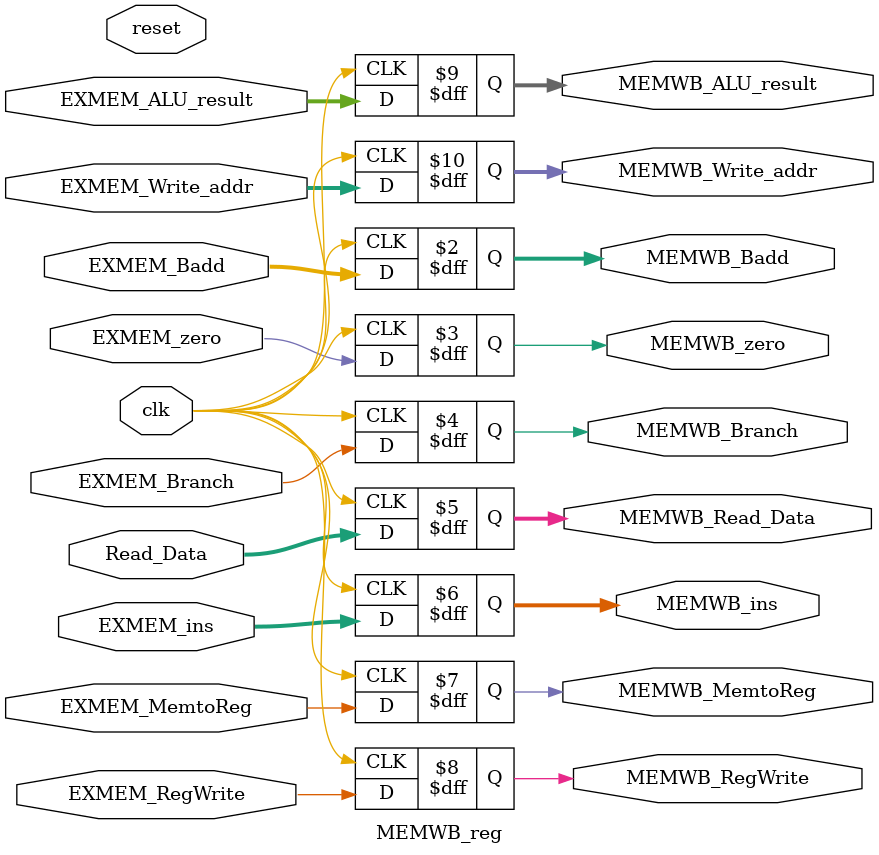
<source format=v>
`timescale 1ns / 1ps


module MEMWB_reg(
input clk,
input reset,
input [31:0]Read_Data,
input[31:0] EXMEM_ins,
input EXMEM_MemtoReg, 
input EXMEM_RegWrite, 
input[31:0] EXMEM_ALU_result,
input [4:0] EXMEM_Write_addr,
input [31:0] EXMEM_Badd,
input EXMEM_zero,
input EXMEM_Branch,
output reg[31:0] MEMWB_Badd,
output reg MEMWB_zero,
output reg MEMWB_Branch,
output reg[31:0]MEMWB_Read_Data,
output reg[31:0]MEMWB_ins,
output reg MEMWB_MemtoReg, 
output reg MEMWB_RegWrite,
output reg [31:0] MEMWB_ALU_result, 
output reg[4:0] MEMWB_Write_addr
);
always@(posedge clk)begin
    MEMWB_Read_Data <= Read_Data;
    MEMWB_ins <= EXMEM_ins;
    MEMWB_ALU_result <= EXMEM_ALU_result;
    MEMWB_RegWrite   <= EXMEM_RegWrite;
    MEMWB_MemtoReg  <= EXMEM_MemtoReg;
    MEMWB_Write_addr <= EXMEM_Write_addr;
    MEMWB_Badd <= EXMEM_Badd;
    MEMWB_zero <= EXMEM_zero;
    MEMWB_Branch <= EXMEM_Branch;
end
endmodule

</source>
